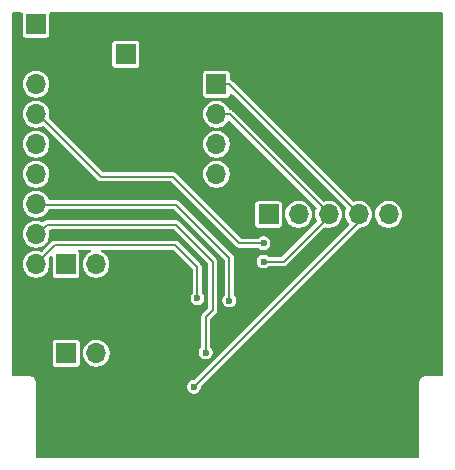
<source format=gbr>
%TF.GenerationSoftware,KiCad,Pcbnew,9.0.0*%
%TF.CreationDate,2025-04-29T11:42:50+01:00*%
%TF.ProjectId,uPicomac,75506963-6f6d-4616-932e-6b696361645f,rev?*%
%TF.SameCoordinates,Original*%
%TF.FileFunction,Copper,L2,Bot*%
%TF.FilePolarity,Positive*%
%FSLAX46Y46*%
G04 Gerber Fmt 4.6, Leading zero omitted, Abs format (unit mm)*
G04 Created by KiCad (PCBNEW 9.0.0) date 2025-04-29 11:42:50*
%MOMM*%
%LPD*%
G01*
G04 APERTURE LIST*
%TA.AperFunction,ComponentPad*%
%ADD10O,1.700000X1.700000*%
%TD*%
%TA.AperFunction,ComponentPad*%
%ADD11R,1.700000X1.700000*%
%TD*%
%TA.AperFunction,ViaPad*%
%ADD12C,0.600000*%
%TD*%
%TA.AperFunction,Conductor*%
%ADD13C,0.200000*%
%TD*%
G04 APERTURE END LIST*
D10*
%TO.P,J4,2,GP11*%
%TO.N,Net-(J4-GP11)*%
X107820000Y-71130549D03*
D11*
%TO.P,J4,1,GP10*%
%TO.N,Net-(J4-GP10)*%
X105280000Y-71130549D03*
%TD*%
%TO.P,J7,1,Spkr_+*%
%TO.N,Net-(J4-GP10)*%
X105290735Y-78664243D03*
D10*
%TO.P,J7,2,Spkr_-*%
%TO.N,Net-(J4-GP11)*%
X107830735Y-78664243D03*
%TD*%
D11*
%TO.P,J9,1,Pin_1*%
%TO.N,Net-(D1-A)*%
X110324092Y-53353053D03*
D10*
%TO.P,J9,2,Pin_2*%
%TO.N,GND*%
X112864092Y-53353053D03*
%TD*%
D11*
%TO.P,J6,1,GP2*%
%TO.N,Net-(J1-SCl)*%
X118005000Y-55890000D03*
D10*
%TO.P,J6,2,GP3*%
%TO.N,Net-(J1-STX)*%
X118005000Y-58430000D03*
%TO.P,J6,3,GP4*%
%TO.N,Net-(J2-Pin_5)*%
X118005000Y-60970000D03*
%TO.P,J6,4,GP5*%
%TO.N,Net-(J2-Pin_2)*%
X118005000Y-63510000D03*
%TD*%
D11*
%TO.P,J2,1,Pin_1*%
%TO.N,Net-(J1-3.3v)*%
X122416803Y-66904054D03*
D10*
%TO.P,J2,2,Pin_2*%
%TO.N,Net-(J2-Pin_2)*%
X124956803Y-66904054D03*
%TO.P,J2,3,Pin_3*%
%TO.N,Net-(J1-STX)*%
X127496803Y-66904054D03*
%TO.P,J2,4,Pin_4*%
%TO.N,Net-(J1-SCl)*%
X130036803Y-66904054D03*
%TO.P,J2,5,Pin_5*%
%TO.N,Net-(J2-Pin_5)*%
X132576803Y-66904054D03*
%TO.P,J2,6,Pin_6*%
%TO.N,GND*%
X135116803Y-66904054D03*
%TD*%
D11*
%TO.P,J3,1,5v*%
%TO.N,Net-(D1-K)*%
X102740000Y-50800000D03*
D10*
%TO.P,J3,2,GND*%
%TO.N,GND*%
X102740000Y-53340000D03*
%TO.P,J3,3,3v3*%
%TO.N,Net-(J1-3.3v)*%
X102740000Y-55880000D03*
%TO.P,J3,4,GP29*%
%TO.N,Net-(J1-HS)*%
X102740000Y-58420000D03*
%TO.P,J3,5,GP28*%
%TO.N,Net-(J1-PCl)*%
X102740000Y-60960000D03*
%TO.P,J3,6,GP27*%
%TO.N,Net-(J1-VS)*%
X102740000Y-63500000D03*
%TO.P,J3,7,GP26*%
%TO.N,Net-(J1-B3)*%
X102740000Y-66040000D03*
%TO.P,J3,8,GP15*%
%TO.N,Net-(J1-Reset)*%
X102740000Y-68580000D03*
%TO.P,J3,9,GP14*%
%TO.N,Net-(J1-CS)*%
X102740000Y-71120000D03*
%TD*%
D12*
%TO.N,Net-(J1-HS)*%
X122000000Y-69350000D03*
%TO.N,Net-(J1-B3)*%
X119100000Y-74200000D03*
%TO.N,GND*%
X119100000Y-75600000D03*
X119100000Y-81500000D03*
X133100000Y-78600000D03*
X127600000Y-78600000D03*
X113120000Y-78620000D03*
X121600000Y-78600000D03*
%TO.N,Net-(J1-SCl)*%
X116100000Y-81500000D03*
%TO.N,Net-(J1-CS)*%
X116400000Y-74000000D03*
%TO.N,Net-(J1-Reset)*%
X117100000Y-78600000D03*
%TO.N,Net-(J1-STX)*%
X122000000Y-70900000D03*
%TD*%
D13*
%TO.N,Net-(J1-SCl)*%
X130036803Y-66904054D02*
X130036803Y-67563197D01*
X130036803Y-67563197D02*
X116100000Y-81500000D01*
%TO.N,Net-(J1-Reset)*%
X102870000Y-68580000D02*
X103650000Y-67800000D01*
X114600000Y-67800000D02*
X117700000Y-70900000D01*
X117700000Y-70900000D02*
X117700000Y-75000000D01*
X117100000Y-75600000D02*
X117100000Y-78600000D01*
X103650000Y-67800000D02*
X114600000Y-67800000D01*
X117700000Y-75000000D02*
X117100000Y-75600000D01*
%TO.N,Net-(J1-B3)*%
X119100000Y-74200000D02*
X119100000Y-70600000D01*
X119100000Y-70600000D02*
X114600000Y-66100000D01*
X114600000Y-66100000D02*
X102930000Y-66100000D01*
X102930000Y-66100000D02*
X102870000Y-66040000D01*
%TO.N,Net-(J1-HS)*%
X102920000Y-58420000D02*
X102870000Y-58420000D01*
X122000000Y-69350000D02*
X119950000Y-69350000D01*
X119950000Y-69350000D02*
X114300000Y-63700000D01*
X108200000Y-63700000D02*
X102920000Y-58420000D01*
X114300000Y-63700000D02*
X108200000Y-63700000D01*
%TO.N,Net-(J1-STX)*%
X127496803Y-67103197D02*
X127496803Y-66904054D01*
X122000000Y-70900000D02*
X123700000Y-70900000D01*
X123700000Y-70900000D02*
X127496803Y-67103197D01*
%TO.N,Net-(J1-CS)*%
X114500000Y-69500000D02*
X104360000Y-69500000D01*
X116400000Y-74000000D02*
X116400000Y-71400000D01*
X116400000Y-71400000D02*
X114500000Y-69500000D01*
X104360000Y-69500000D02*
X102740000Y-71120000D01*
%TO.N,Net-(J4-GP11)*%
X107830735Y-71141284D02*
X107820000Y-71130549D01*
%TO.N,Net-(J4-GP10)*%
X105290735Y-71141284D02*
X105280000Y-71130549D01*
%TO.N,Net-(J2-Pin_2)*%
X124956803Y-66756803D02*
X124956803Y-66904054D01*
%TO.N,Net-(D1-A)*%
X110400000Y-53600000D02*
X110360000Y-53640000D01*
%TO.N,Net-(J1-SCl)*%
X119090000Y-55890000D02*
X130036803Y-66836803D01*
X118135000Y-55890000D02*
X119090000Y-55890000D01*
X130036803Y-66836803D02*
X130036803Y-66904054D01*
%TO.N,Net-(J1-STX)*%
X118135000Y-58430000D02*
X119130000Y-58430000D01*
X127496803Y-66796803D02*
X127496803Y-66904054D01*
X119130000Y-58430000D02*
X127496803Y-66796803D01*
%TD*%
%TA.AperFunction,Conductor*%
%TO.N,GND*%
G36*
X101552539Y-49820185D02*
G01*
X101598294Y-49872989D01*
X101609500Y-49924500D01*
X101609500Y-51691881D01*
X101612221Y-51715333D01*
X101612221Y-51715335D01*
X101654580Y-51811267D01*
X101728733Y-51885420D01*
X101824667Y-51927779D01*
X101848120Y-51930500D01*
X101848121Y-51930500D01*
X103631879Y-51930500D01*
X103631880Y-51930500D01*
X103655333Y-51927779D01*
X103751267Y-51885420D01*
X103825420Y-51811267D01*
X103867779Y-51715333D01*
X103870500Y-51691880D01*
X103870500Y-49924500D01*
X103890185Y-49857461D01*
X103942989Y-49811706D01*
X103994500Y-49800500D01*
X137075500Y-49800500D01*
X137142539Y-49820185D01*
X137188294Y-49872989D01*
X137199500Y-49924500D01*
X137199500Y-80475500D01*
X137179815Y-80542539D01*
X137127011Y-80588294D01*
X137075500Y-80599500D01*
X135634108Y-80599500D01*
X135506812Y-80633608D01*
X135392686Y-80699500D01*
X135392683Y-80699502D01*
X135299502Y-80792683D01*
X135299500Y-80792686D01*
X135233608Y-80906812D01*
X135199500Y-81034108D01*
X135199500Y-87375500D01*
X135179815Y-87442539D01*
X135127011Y-87488294D01*
X135075500Y-87499500D01*
X102824500Y-87499500D01*
X102757461Y-87479815D01*
X102711706Y-87427011D01*
X102700500Y-87375500D01*
X102700500Y-81423576D01*
X115519500Y-81423576D01*
X115519500Y-81576424D01*
X115559060Y-81724065D01*
X115635484Y-81856435D01*
X115743565Y-81964516D01*
X115875935Y-82040940D01*
X116023576Y-82080500D01*
X116023578Y-82080500D01*
X116176422Y-82080500D01*
X116176424Y-82080500D01*
X116324065Y-82040940D01*
X116456435Y-81964516D01*
X116564516Y-81856435D01*
X116640940Y-81724065D01*
X116680500Y-81576424D01*
X116680500Y-81508970D01*
X116700185Y-81441931D01*
X116716819Y-81421289D01*
X123357609Y-74780499D01*
X130070883Y-68067224D01*
X130132204Y-68033741D01*
X130139164Y-68032434D01*
X130197183Y-68023244D01*
X130301529Y-68006718D01*
X130470764Y-67951730D01*
X130629314Y-67870945D01*
X130773274Y-67766351D01*
X130899100Y-67640525D01*
X131003694Y-67496565D01*
X131084479Y-67338015D01*
X131139467Y-67168780D01*
X131143603Y-67142664D01*
X131167303Y-66993031D01*
X131167303Y-66815076D01*
X131446303Y-66815076D01*
X131446303Y-66993031D01*
X131474138Y-67168780D01*
X131529128Y-67338019D01*
X131585931Y-67449500D01*
X131609912Y-67496565D01*
X131714506Y-67640525D01*
X131840332Y-67766351D01*
X131984292Y-67870945D01*
X132059200Y-67909112D01*
X132142837Y-67951728D01*
X132142839Y-67951728D01*
X132142842Y-67951730D01*
X132233555Y-67981204D01*
X132312076Y-68006718D01*
X132487826Y-68034554D01*
X132487831Y-68034554D01*
X132665780Y-68034554D01*
X132841529Y-68006718D01*
X132894603Y-67989473D01*
X133010764Y-67951730D01*
X133169314Y-67870945D01*
X133313274Y-67766351D01*
X133439100Y-67640525D01*
X133543694Y-67496565D01*
X133624479Y-67338015D01*
X133679467Y-67168780D01*
X133683603Y-67142664D01*
X133707303Y-66993031D01*
X133707303Y-66815076D01*
X133679467Y-66639327D01*
X133639661Y-66516819D01*
X133624479Y-66470093D01*
X133624477Y-66470090D01*
X133624477Y-66470088D01*
X133576259Y-66375455D01*
X133543694Y-66311543D01*
X133439100Y-66167583D01*
X133313274Y-66041757D01*
X133169314Y-65937163D01*
X133010768Y-65856379D01*
X132841529Y-65801389D01*
X132665780Y-65773554D01*
X132665775Y-65773554D01*
X132487831Y-65773554D01*
X132487826Y-65773554D01*
X132312076Y-65801389D01*
X132142837Y-65856379D01*
X131984291Y-65937163D01*
X131840330Y-66041758D01*
X131714507Y-66167581D01*
X131609912Y-66311542D01*
X131529128Y-66470088D01*
X131474138Y-66639327D01*
X131446303Y-66815076D01*
X131167303Y-66815076D01*
X131139467Y-66639327D01*
X131099661Y-66516819D01*
X131084479Y-66470093D01*
X131084477Y-66470090D01*
X131084477Y-66470088D01*
X131036259Y-66375455D01*
X131003694Y-66311543D01*
X130899100Y-66167583D01*
X130773274Y-66041757D01*
X130629314Y-65937163D01*
X130470768Y-65856379D01*
X130301529Y-65801389D01*
X130125780Y-65773554D01*
X130125775Y-65773554D01*
X129947831Y-65773554D01*
X129947826Y-65773554D01*
X129772075Y-65801390D01*
X129772072Y-65801390D01*
X129668803Y-65834945D01*
X129598962Y-65836940D01*
X129542804Y-65804695D01*
X119323633Y-55585525D01*
X119323631Y-55585523D01*
X119236867Y-55535431D01*
X119236865Y-55535430D01*
X119227403Y-55532895D01*
X119167744Y-55496528D01*
X119137216Y-55433680D01*
X119135500Y-55413121D01*
X119135500Y-54998121D01*
X119135500Y-54998120D01*
X119132779Y-54974667D01*
X119090420Y-54878733D01*
X119016267Y-54804580D01*
X118920334Y-54762221D01*
X118896881Y-54759500D01*
X118896880Y-54759500D01*
X117113120Y-54759500D01*
X117113118Y-54759500D01*
X117089666Y-54762221D01*
X117089664Y-54762221D01*
X116993732Y-54804580D01*
X116919580Y-54878732D01*
X116877221Y-54974664D01*
X116877221Y-54974666D01*
X116874500Y-54998118D01*
X116874500Y-56781881D01*
X116877221Y-56805333D01*
X116877221Y-56805335D01*
X116919580Y-56901267D01*
X116993733Y-56975420D01*
X117089667Y-57017779D01*
X117113120Y-57020500D01*
X117113121Y-57020500D01*
X118896879Y-57020500D01*
X118896880Y-57020500D01*
X118920333Y-57017779D01*
X119016267Y-56975420D01*
X119090420Y-56901267D01*
X119132779Y-56805333D01*
X119135500Y-56781880D01*
X119135500Y-56772970D01*
X119155185Y-56705931D01*
X119207989Y-56660176D01*
X119277147Y-56650232D01*
X119340703Y-56679257D01*
X119347181Y-56685289D01*
X128973642Y-66311751D01*
X129007127Y-66373074D01*
X129002143Y-66442766D01*
X128996449Y-66455721D01*
X128989125Y-66470095D01*
X128934139Y-66639323D01*
X128934139Y-66639326D01*
X128906303Y-66815076D01*
X128906303Y-66993031D01*
X128934138Y-67168780D01*
X128989128Y-67338019D01*
X129069912Y-67496565D01*
X129174507Y-67640526D01*
X129210255Y-67676274D01*
X129243740Y-67737597D01*
X129238756Y-67807289D01*
X129210255Y-67851636D01*
X116178711Y-80883181D01*
X116117388Y-80916666D01*
X116091030Y-80919500D01*
X116023576Y-80919500D01*
X115875935Y-80959060D01*
X115875932Y-80959061D01*
X115743568Y-81035482D01*
X115743562Y-81035486D01*
X115635486Y-81143562D01*
X115635482Y-81143568D01*
X115559061Y-81275932D01*
X115559060Y-81275935D01*
X115519500Y-81423576D01*
X102700500Y-81423576D01*
X102700500Y-81034110D01*
X102700500Y-81034108D01*
X102666392Y-80906814D01*
X102600500Y-80792686D01*
X102600495Y-80792681D01*
X102595553Y-80786240D01*
X102598194Y-80784212D01*
X102572129Y-80736477D01*
X102569308Y-80708344D01*
X102570000Y-80660000D01*
X102472124Y-80660000D01*
X102410122Y-80643386D01*
X102393188Y-80633608D01*
X102308323Y-80610869D01*
X102265892Y-80599500D01*
X102265891Y-80599500D01*
X100824500Y-80599500D01*
X100757461Y-80579815D01*
X100711706Y-80527011D01*
X100700500Y-80475500D01*
X100700500Y-77772361D01*
X104160235Y-77772361D01*
X104160235Y-79556124D01*
X104162956Y-79579576D01*
X104162956Y-79579578D01*
X104185721Y-79631134D01*
X104205315Y-79675510D01*
X104279468Y-79749663D01*
X104375402Y-79792022D01*
X104398855Y-79794743D01*
X104398856Y-79794743D01*
X106182614Y-79794743D01*
X106182615Y-79794743D01*
X106206068Y-79792022D01*
X106302002Y-79749663D01*
X106376155Y-79675510D01*
X106418514Y-79579576D01*
X106421235Y-79556123D01*
X106421235Y-78575265D01*
X106700235Y-78575265D01*
X106700235Y-78753220D01*
X106728070Y-78928969D01*
X106783060Y-79098208D01*
X106863844Y-79256754D01*
X106968438Y-79400714D01*
X107094264Y-79526540D01*
X107238224Y-79631134D01*
X107313132Y-79669301D01*
X107396769Y-79711917D01*
X107396771Y-79711917D01*
X107396774Y-79711919D01*
X107487487Y-79741393D01*
X107566008Y-79766907D01*
X107741758Y-79794743D01*
X107741763Y-79794743D01*
X107919712Y-79794743D01*
X108095461Y-79766907D01*
X108148535Y-79749662D01*
X108264696Y-79711919D01*
X108423246Y-79631134D01*
X108567206Y-79526540D01*
X108693032Y-79400714D01*
X108797626Y-79256754D01*
X108878411Y-79098204D01*
X108933399Y-78928969D01*
X108961235Y-78753220D01*
X108961235Y-78575265D01*
X108933399Y-78399516D01*
X108878409Y-78230277D01*
X108829631Y-78134545D01*
X108797626Y-78071732D01*
X108693032Y-77927772D01*
X108567206Y-77801946D01*
X108423246Y-77697352D01*
X108264700Y-77616568D01*
X108095461Y-77561578D01*
X107919712Y-77533743D01*
X107919707Y-77533743D01*
X107741763Y-77533743D01*
X107741758Y-77533743D01*
X107566008Y-77561578D01*
X107396769Y-77616568D01*
X107238223Y-77697352D01*
X107094262Y-77801947D01*
X106968439Y-77927770D01*
X106863844Y-78071731D01*
X106783060Y-78230277D01*
X106728070Y-78399516D01*
X106700235Y-78575265D01*
X106421235Y-78575265D01*
X106421235Y-77772363D01*
X106418514Y-77748910D01*
X106376155Y-77652976D01*
X106302002Y-77578823D01*
X106262946Y-77561578D01*
X106206069Y-77536464D01*
X106182616Y-77533743D01*
X106182615Y-77533743D01*
X104398855Y-77533743D01*
X104398853Y-77533743D01*
X104375401Y-77536464D01*
X104375399Y-77536464D01*
X104279467Y-77578823D01*
X104205315Y-77652975D01*
X104162956Y-77748907D01*
X104162956Y-77748909D01*
X104160235Y-77772361D01*
X100700500Y-77772361D01*
X100700500Y-71031022D01*
X101609500Y-71031022D01*
X101609500Y-71208977D01*
X101637335Y-71384726D01*
X101692325Y-71553965D01*
X101706922Y-71582612D01*
X101773109Y-71712511D01*
X101877703Y-71856471D01*
X102003529Y-71982297D01*
X102147489Y-72086891D01*
X102168191Y-72097439D01*
X102306034Y-72167674D01*
X102306036Y-72167674D01*
X102306039Y-72167676D01*
X102396752Y-72197150D01*
X102475273Y-72222664D01*
X102651023Y-72250500D01*
X102651028Y-72250500D01*
X102828977Y-72250500D01*
X103004726Y-72222664D01*
X103025334Y-72215968D01*
X103173961Y-72167676D01*
X103332511Y-72086891D01*
X103476471Y-71982297D01*
X103602297Y-71856471D01*
X103706891Y-71712511D01*
X103787676Y-71553961D01*
X103842664Y-71384726D01*
X103845865Y-71364513D01*
X103870500Y-71208977D01*
X103870500Y-71031022D01*
X103842664Y-70855273D01*
X103809476Y-70753132D01*
X103792614Y-70701239D01*
X103790620Y-70631400D01*
X103822862Y-70575245D01*
X103937822Y-70460285D01*
X103999142Y-70426803D01*
X104068834Y-70431787D01*
X104124767Y-70473659D01*
X104149184Y-70539123D01*
X104149500Y-70547969D01*
X104149500Y-72022430D01*
X104152221Y-72045882D01*
X104152221Y-72045884D01*
X104174986Y-72097440D01*
X104194580Y-72141816D01*
X104268733Y-72215969D01*
X104364667Y-72258328D01*
X104388120Y-72261049D01*
X104388121Y-72261049D01*
X106171879Y-72261049D01*
X106171880Y-72261049D01*
X106195333Y-72258328D01*
X106291267Y-72215969D01*
X106365420Y-72141816D01*
X106407779Y-72045882D01*
X106410500Y-72022429D01*
X106410500Y-70238669D01*
X106407779Y-70215216D01*
X106365420Y-70119282D01*
X106338319Y-70092181D01*
X106304834Y-70030858D01*
X106309818Y-69961166D01*
X106351690Y-69905233D01*
X106417154Y-69880816D01*
X106426000Y-69880500D01*
X107266720Y-69880500D01*
X107333759Y-69900185D01*
X107379514Y-69952989D01*
X107389458Y-70022147D01*
X107360433Y-70085703D01*
X107323015Y-70114985D01*
X107227488Y-70163658D01*
X107083527Y-70268253D01*
X106957704Y-70394076D01*
X106853109Y-70538037D01*
X106772325Y-70696583D01*
X106717335Y-70865822D01*
X106689500Y-71041571D01*
X106689500Y-71219526D01*
X106717335Y-71395275D01*
X106772325Y-71564514D01*
X106794977Y-71608970D01*
X106853109Y-71723060D01*
X106957703Y-71867020D01*
X107083529Y-71992846D01*
X107227489Y-72097440D01*
X107302397Y-72135607D01*
X107386034Y-72178223D01*
X107386036Y-72178223D01*
X107386039Y-72178225D01*
X107476752Y-72207699D01*
X107555273Y-72233213D01*
X107731023Y-72261049D01*
X107731028Y-72261049D01*
X107908977Y-72261049D01*
X108084726Y-72233213D01*
X108137800Y-72215968D01*
X108253961Y-72178225D01*
X108412511Y-72097440D01*
X108556471Y-71992846D01*
X108682297Y-71867020D01*
X108786891Y-71723060D01*
X108867676Y-71564510D01*
X108922664Y-71395275D01*
X108924335Y-71384726D01*
X108950500Y-71219526D01*
X108950500Y-71041571D01*
X108922664Y-70865822D01*
X108867674Y-70696583D01*
X108805846Y-70575240D01*
X108786891Y-70538038D01*
X108682297Y-70394078D01*
X108556471Y-70268252D01*
X108412511Y-70163658D01*
X108316985Y-70114985D01*
X108266189Y-70067010D01*
X108249394Y-69999189D01*
X108271931Y-69933054D01*
X108326647Y-69889603D01*
X108373280Y-69880500D01*
X114291030Y-69880500D01*
X114358069Y-69900185D01*
X114378711Y-69916819D01*
X115983181Y-71521289D01*
X116016666Y-71582612D01*
X116019500Y-71608970D01*
X116019500Y-73508187D01*
X115999815Y-73575226D01*
X115983181Y-73595868D01*
X115935486Y-73643562D01*
X115935482Y-73643568D01*
X115859061Y-73775932D01*
X115859060Y-73775935D01*
X115819500Y-73923576D01*
X115819500Y-74076424D01*
X115859060Y-74224065D01*
X115935484Y-74356435D01*
X116043565Y-74464516D01*
X116175935Y-74540940D01*
X116323576Y-74580500D01*
X116323578Y-74580500D01*
X116476422Y-74580500D01*
X116476424Y-74580500D01*
X116624065Y-74540940D01*
X116756435Y-74464516D01*
X116864516Y-74356435D01*
X116940940Y-74224065D01*
X116980500Y-74076424D01*
X116980500Y-73923576D01*
X116940940Y-73775935D01*
X116864516Y-73643565D01*
X116816819Y-73595868D01*
X116783334Y-73534545D01*
X116780500Y-73508187D01*
X116780500Y-71349908D01*
X116780500Y-71349906D01*
X116754569Y-71253133D01*
X116704476Y-71166368D01*
X116633632Y-71095524D01*
X114733632Y-69195524D01*
X114733631Y-69195523D01*
X114690249Y-69170477D01*
X114646867Y-69145431D01*
X114550094Y-69119500D01*
X104410094Y-69119500D01*
X104309906Y-69119500D01*
X104213133Y-69145431D01*
X104213131Y-69145431D01*
X104213131Y-69145432D01*
X104126368Y-69195523D01*
X104126366Y-69195525D01*
X103284756Y-70037134D01*
X103223433Y-70070619D01*
X103158757Y-70067384D01*
X103090264Y-70045129D01*
X103004726Y-70017335D01*
X102828977Y-69989500D01*
X102828972Y-69989500D01*
X102651028Y-69989500D01*
X102651023Y-69989500D01*
X102475273Y-70017335D01*
X102306034Y-70072325D01*
X102147488Y-70153109D01*
X102003527Y-70257704D01*
X101877704Y-70383527D01*
X101773109Y-70527488D01*
X101692325Y-70686034D01*
X101637335Y-70855273D01*
X101609500Y-71031022D01*
X100700500Y-71031022D01*
X100700500Y-68491022D01*
X101609500Y-68491022D01*
X101609500Y-68668977D01*
X101637335Y-68844726D01*
X101692325Y-69013965D01*
X101773109Y-69172511D01*
X101877703Y-69316471D01*
X102003529Y-69442297D01*
X102147489Y-69546891D01*
X102200819Y-69574064D01*
X102306034Y-69627674D01*
X102306036Y-69627674D01*
X102306039Y-69627676D01*
X102388521Y-69654476D01*
X102475273Y-69682664D01*
X102651023Y-69710500D01*
X102651028Y-69710500D01*
X102828977Y-69710500D01*
X103004726Y-69682664D01*
X103173961Y-69627676D01*
X103332511Y-69546891D01*
X103476471Y-69442297D01*
X103602297Y-69316471D01*
X103706891Y-69172511D01*
X103787676Y-69013961D01*
X103842664Y-68844726D01*
X103848313Y-68809060D01*
X103870500Y-68668977D01*
X103870500Y-68491022D01*
X103844030Y-68323898D01*
X103852985Y-68254604D01*
X103897981Y-68201153D01*
X103964732Y-68180513D01*
X103966503Y-68180500D01*
X114391030Y-68180500D01*
X114458069Y-68200185D01*
X114478711Y-68216819D01*
X117283181Y-71021289D01*
X117316666Y-71082612D01*
X117319500Y-71108970D01*
X117319500Y-74791030D01*
X117299815Y-74858069D01*
X117283181Y-74878711D01*
X116795525Y-75366366D01*
X116795523Y-75366368D01*
X116745432Y-75453131D01*
X116745431Y-75453133D01*
X116719500Y-75549906D01*
X116719500Y-75549908D01*
X116719500Y-78108187D01*
X116699815Y-78175226D01*
X116683181Y-78195868D01*
X116635486Y-78243562D01*
X116635482Y-78243568D01*
X116559061Y-78375932D01*
X116559060Y-78375935D01*
X116519500Y-78523576D01*
X116519500Y-78676424D01*
X116559060Y-78824065D01*
X116635484Y-78956435D01*
X116743565Y-79064516D01*
X116875935Y-79140940D01*
X117023576Y-79180500D01*
X117023578Y-79180500D01*
X117176422Y-79180500D01*
X117176424Y-79180500D01*
X117324065Y-79140940D01*
X117456435Y-79064516D01*
X117564516Y-78956435D01*
X117640940Y-78824065D01*
X117680500Y-78676424D01*
X117680500Y-78523576D01*
X117640940Y-78375935D01*
X117564516Y-78243565D01*
X117516819Y-78195868D01*
X117483334Y-78134545D01*
X117480500Y-78108187D01*
X117480500Y-75808970D01*
X117500185Y-75741931D01*
X117516819Y-75721289D01*
X117688202Y-75549906D01*
X118004476Y-75233632D01*
X118054569Y-75146868D01*
X118080500Y-75050094D01*
X118080500Y-74949906D01*
X118080500Y-70849906D01*
X118054569Y-70753133D01*
X118054569Y-70753132D01*
X118054569Y-70753131D01*
X118004478Y-70666371D01*
X118004474Y-70666366D01*
X114833631Y-67495523D01*
X114790249Y-67470477D01*
X114746867Y-67445431D01*
X114650094Y-67419500D01*
X103700095Y-67419500D01*
X103599906Y-67419500D01*
X103503133Y-67445431D01*
X103503131Y-67445431D01*
X103503131Y-67445432D01*
X103416365Y-67495525D01*
X103373870Y-67538020D01*
X103312547Y-67571504D01*
X103242855Y-67566519D01*
X103229896Y-67560823D01*
X103173968Y-67532326D01*
X103004726Y-67477335D01*
X102828977Y-67449500D01*
X102828972Y-67449500D01*
X102651028Y-67449500D01*
X102651023Y-67449500D01*
X102475273Y-67477335D01*
X102306034Y-67532325D01*
X102147488Y-67613109D01*
X102003527Y-67717704D01*
X101877704Y-67843527D01*
X101773109Y-67987488D01*
X101692325Y-68146034D01*
X101637335Y-68315273D01*
X101609500Y-68491022D01*
X100700500Y-68491022D01*
X100700500Y-65951022D01*
X101609500Y-65951022D01*
X101609500Y-66128977D01*
X101637335Y-66304726D01*
X101692325Y-66473965D01*
X101730153Y-66548205D01*
X101773109Y-66632511D01*
X101877703Y-66776471D01*
X102003529Y-66902297D01*
X102147489Y-67006891D01*
X102222397Y-67045058D01*
X102306034Y-67087674D01*
X102306036Y-67087674D01*
X102306039Y-67087676D01*
X102396752Y-67117150D01*
X102475273Y-67142664D01*
X102651023Y-67170500D01*
X102651028Y-67170500D01*
X102828977Y-67170500D01*
X103004726Y-67142664D01*
X103173961Y-67087676D01*
X103332511Y-67006891D01*
X103476471Y-66902297D01*
X103602297Y-66776471D01*
X103706891Y-66632511D01*
X103749847Y-66548205D01*
X103797822Y-66497409D01*
X103860332Y-66480500D01*
X114391030Y-66480500D01*
X114458069Y-66500185D01*
X114478711Y-66516819D01*
X118683181Y-70721289D01*
X118716666Y-70782612D01*
X118719500Y-70808970D01*
X118719500Y-73708187D01*
X118699815Y-73775226D01*
X118683181Y-73795868D01*
X118635486Y-73843562D01*
X118635482Y-73843568D01*
X118559061Y-73975932D01*
X118559060Y-73975935D01*
X118519500Y-74123576D01*
X118519500Y-74276424D01*
X118559060Y-74424065D01*
X118635484Y-74556435D01*
X118743565Y-74664516D01*
X118875935Y-74740940D01*
X119023576Y-74780500D01*
X119023578Y-74780500D01*
X119176422Y-74780500D01*
X119176424Y-74780500D01*
X119324065Y-74740940D01*
X119456435Y-74664516D01*
X119564516Y-74556435D01*
X119640940Y-74424065D01*
X119680500Y-74276424D01*
X119680500Y-74123576D01*
X119640940Y-73975935D01*
X119564516Y-73843565D01*
X119516819Y-73795868D01*
X119483334Y-73734545D01*
X119480500Y-73708187D01*
X119480500Y-70549907D01*
X119478801Y-70543568D01*
X119454569Y-70453133D01*
X119454569Y-70453132D01*
X119454569Y-70453131D01*
X119404478Y-70366371D01*
X119404474Y-70366366D01*
X114833631Y-65795523D01*
X114790249Y-65770477D01*
X114746867Y-65745431D01*
X114650094Y-65719500D01*
X114650091Y-65719500D01*
X103914633Y-65719500D01*
X103847594Y-65699815D01*
X103801839Y-65647011D01*
X103796702Y-65633819D01*
X103787674Y-65606034D01*
X103706890Y-65447488D01*
X103602297Y-65303529D01*
X103476471Y-65177703D01*
X103332511Y-65073109D01*
X103173965Y-64992325D01*
X103004726Y-64937335D01*
X102828977Y-64909500D01*
X102828972Y-64909500D01*
X102651028Y-64909500D01*
X102651023Y-64909500D01*
X102475273Y-64937335D01*
X102306034Y-64992325D01*
X102147488Y-65073109D01*
X102003527Y-65177704D01*
X101877704Y-65303527D01*
X101773109Y-65447488D01*
X101692325Y-65606034D01*
X101637335Y-65775273D01*
X101609500Y-65951022D01*
X100700500Y-65951022D01*
X100700500Y-63411022D01*
X101609500Y-63411022D01*
X101609500Y-63588977D01*
X101637335Y-63764726D01*
X101692325Y-63933965D01*
X101766989Y-64080500D01*
X101773109Y-64092511D01*
X101877703Y-64236471D01*
X102003529Y-64362297D01*
X102147489Y-64466891D01*
X102222397Y-64505058D01*
X102306034Y-64547674D01*
X102306036Y-64547674D01*
X102306039Y-64547676D01*
X102336810Y-64557674D01*
X102475273Y-64602664D01*
X102651023Y-64630500D01*
X102651028Y-64630500D01*
X102828977Y-64630500D01*
X103004726Y-64602664D01*
X103173961Y-64547676D01*
X103332511Y-64466891D01*
X103476471Y-64362297D01*
X103602297Y-64236471D01*
X103706891Y-64092511D01*
X103787676Y-63933961D01*
X103842664Y-63764726D01*
X103870500Y-63588977D01*
X103870500Y-63411022D01*
X103842664Y-63235273D01*
X103790925Y-63076039D01*
X103787676Y-63066039D01*
X103787674Y-63066036D01*
X103787674Y-63066034D01*
X103711986Y-62917489D01*
X103706891Y-62907489D01*
X103602297Y-62763529D01*
X103476471Y-62637703D01*
X103332511Y-62533109D01*
X103173965Y-62452325D01*
X103004726Y-62397335D01*
X102828977Y-62369500D01*
X102828972Y-62369500D01*
X102651028Y-62369500D01*
X102651023Y-62369500D01*
X102475273Y-62397335D01*
X102306034Y-62452325D01*
X102147488Y-62533109D01*
X102003527Y-62637704D01*
X101877704Y-62763527D01*
X101773109Y-62907488D01*
X101692325Y-63066034D01*
X101637335Y-63235273D01*
X101609500Y-63411022D01*
X100700500Y-63411022D01*
X100700500Y-60871022D01*
X101609500Y-60871022D01*
X101609500Y-61048977D01*
X101637335Y-61224726D01*
X101692325Y-61393965D01*
X101773109Y-61552511D01*
X101877703Y-61696471D01*
X102003529Y-61822297D01*
X102147489Y-61926891D01*
X102222397Y-61965058D01*
X102306034Y-62007674D01*
X102306036Y-62007674D01*
X102306039Y-62007676D01*
X102336810Y-62017674D01*
X102475273Y-62062664D01*
X102651023Y-62090500D01*
X102651028Y-62090500D01*
X102828977Y-62090500D01*
X103004726Y-62062664D01*
X103173961Y-62007676D01*
X103332511Y-61926891D01*
X103476471Y-61822297D01*
X103602297Y-61696471D01*
X103706891Y-61552511D01*
X103787676Y-61393961D01*
X103842664Y-61224726D01*
X103870500Y-61048977D01*
X103870500Y-60871022D01*
X103842664Y-60695273D01*
X103790925Y-60536039D01*
X103787676Y-60526039D01*
X103787674Y-60526036D01*
X103787674Y-60526034D01*
X103711986Y-60377489D01*
X103706891Y-60367489D01*
X103602297Y-60223529D01*
X103476471Y-60097703D01*
X103332511Y-59993109D01*
X103173965Y-59912325D01*
X103004726Y-59857335D01*
X102828977Y-59829500D01*
X102828972Y-59829500D01*
X102651028Y-59829500D01*
X102651023Y-59829500D01*
X102475273Y-59857335D01*
X102306034Y-59912325D01*
X102147488Y-59993109D01*
X102003527Y-60097704D01*
X101877704Y-60223527D01*
X101773109Y-60367488D01*
X101692325Y-60526034D01*
X101637335Y-60695273D01*
X101609500Y-60871022D01*
X100700500Y-60871022D01*
X100700500Y-58331022D01*
X101609500Y-58331022D01*
X101609500Y-58508977D01*
X101637335Y-58684726D01*
X101692325Y-58853965D01*
X101767737Y-59001968D01*
X101773109Y-59012511D01*
X101877703Y-59156471D01*
X102003529Y-59282297D01*
X102147489Y-59386891D01*
X102216981Y-59422299D01*
X102306034Y-59467674D01*
X102306036Y-59467674D01*
X102306039Y-59467676D01*
X102336810Y-59477674D01*
X102475273Y-59522664D01*
X102651023Y-59550500D01*
X102651028Y-59550500D01*
X102828977Y-59550500D01*
X103004726Y-59522664D01*
X103173961Y-59467676D01*
X103263019Y-59422298D01*
X103331686Y-59409402D01*
X103396427Y-59435678D01*
X103406994Y-59445102D01*
X107895524Y-63933632D01*
X107966368Y-64004476D01*
X108053133Y-64054569D01*
X108149906Y-64080500D01*
X114091030Y-64080500D01*
X114158069Y-64100185D01*
X114178711Y-64116819D01*
X119716368Y-69654476D01*
X119803133Y-69704569D01*
X119899906Y-69730500D01*
X120000095Y-69730500D01*
X121508187Y-69730500D01*
X121575226Y-69750185D01*
X121595868Y-69766819D01*
X121643565Y-69814516D01*
X121775935Y-69890940D01*
X121923576Y-69930500D01*
X121923578Y-69930500D01*
X122076422Y-69930500D01*
X122076424Y-69930500D01*
X122224065Y-69890940D01*
X122356435Y-69814516D01*
X122464516Y-69706435D01*
X122540940Y-69574065D01*
X122580500Y-69426424D01*
X122580500Y-69273576D01*
X122540940Y-69125935D01*
X122464516Y-68993565D01*
X122356435Y-68885484D01*
X122224065Y-68809060D01*
X122076424Y-68769500D01*
X121923576Y-68769500D01*
X121775935Y-68809060D01*
X121775932Y-68809061D01*
X121643568Y-68885482D01*
X121643562Y-68885486D01*
X121595868Y-68933181D01*
X121534545Y-68966666D01*
X121508187Y-68969500D01*
X120158970Y-68969500D01*
X120091931Y-68949815D01*
X120071289Y-68933181D01*
X117150280Y-66012172D01*
X121286303Y-66012172D01*
X121286303Y-67795935D01*
X121289024Y-67819387D01*
X121289024Y-67819389D01*
X121311789Y-67870945D01*
X121331383Y-67915321D01*
X121405536Y-67989474D01*
X121501470Y-68031833D01*
X121524923Y-68034554D01*
X121524924Y-68034554D01*
X123308682Y-68034554D01*
X123308683Y-68034554D01*
X123332136Y-68031833D01*
X123428070Y-67989474D01*
X123502223Y-67915321D01*
X123544582Y-67819387D01*
X123547303Y-67795934D01*
X123547303Y-66815076D01*
X123826303Y-66815076D01*
X123826303Y-66993031D01*
X123854138Y-67168780D01*
X123909128Y-67338019D01*
X123965931Y-67449500D01*
X123989912Y-67496565D01*
X124094506Y-67640525D01*
X124220332Y-67766351D01*
X124364292Y-67870945D01*
X124439200Y-67909112D01*
X124522837Y-67951728D01*
X124522839Y-67951728D01*
X124522842Y-67951730D01*
X124613555Y-67981204D01*
X124692076Y-68006718D01*
X124867826Y-68034554D01*
X124867831Y-68034554D01*
X125045780Y-68034554D01*
X125221529Y-68006718D01*
X125274603Y-67989473D01*
X125390764Y-67951730D01*
X125549314Y-67870945D01*
X125693274Y-67766351D01*
X125819100Y-67640525D01*
X125923694Y-67496565D01*
X126004479Y-67338015D01*
X126059467Y-67168780D01*
X126063603Y-67142664D01*
X126087303Y-66993031D01*
X126087303Y-66815076D01*
X126059467Y-66639327D01*
X126019661Y-66516819D01*
X126004479Y-66470093D01*
X126004477Y-66470090D01*
X126004477Y-66470088D01*
X125956259Y-66375455D01*
X125923694Y-66311543D01*
X125819100Y-66167583D01*
X125693274Y-66041757D01*
X125549314Y-65937163D01*
X125390768Y-65856379D01*
X125221529Y-65801389D01*
X125045780Y-65773554D01*
X125045775Y-65773554D01*
X124867831Y-65773554D01*
X124867826Y-65773554D01*
X124692076Y-65801389D01*
X124522837Y-65856379D01*
X124364291Y-65937163D01*
X124220330Y-66041758D01*
X124094507Y-66167581D01*
X123989912Y-66311542D01*
X123909128Y-66470088D01*
X123854138Y-66639327D01*
X123826303Y-66815076D01*
X123547303Y-66815076D01*
X123547303Y-66012174D01*
X123544582Y-65988721D01*
X123502223Y-65892787D01*
X123428070Y-65818634D01*
X123332137Y-65776275D01*
X123308684Y-65773554D01*
X123308683Y-65773554D01*
X121524923Y-65773554D01*
X121524921Y-65773554D01*
X121501469Y-65776275D01*
X121501467Y-65776275D01*
X121405535Y-65818634D01*
X121331383Y-65892786D01*
X121289024Y-65988718D01*
X121289024Y-65988720D01*
X121286303Y-66012172D01*
X117150280Y-66012172D01*
X114559130Y-63421022D01*
X116874500Y-63421022D01*
X116874500Y-63598977D01*
X116902335Y-63774726D01*
X116957325Y-63943965D01*
X117013680Y-64054567D01*
X117038109Y-64102511D01*
X117142703Y-64246471D01*
X117268529Y-64372297D01*
X117412489Y-64476891D01*
X117487397Y-64515058D01*
X117571034Y-64557674D01*
X117571036Y-64557674D01*
X117571039Y-64557676D01*
X117661752Y-64587150D01*
X117740273Y-64612664D01*
X117916023Y-64640500D01*
X117916028Y-64640500D01*
X118093977Y-64640500D01*
X118269726Y-64612664D01*
X118438961Y-64557676D01*
X118597511Y-64476891D01*
X118741471Y-64372297D01*
X118867297Y-64246471D01*
X118971891Y-64102511D01*
X119052676Y-63943961D01*
X119107664Y-63774726D01*
X119109248Y-63764726D01*
X119135500Y-63598977D01*
X119135500Y-63421022D01*
X119107664Y-63245273D01*
X119052674Y-63076034D01*
X118971890Y-62917488D01*
X118867297Y-62773529D01*
X118741471Y-62647703D01*
X118597511Y-62543109D01*
X118577885Y-62533109D01*
X118438965Y-62462325D01*
X118269726Y-62407335D01*
X118093977Y-62379500D01*
X118093972Y-62379500D01*
X117916028Y-62379500D01*
X117916023Y-62379500D01*
X117740273Y-62407335D01*
X117571034Y-62462325D01*
X117412488Y-62543109D01*
X117268527Y-62647704D01*
X117142704Y-62773527D01*
X117038109Y-62917488D01*
X116957325Y-63076034D01*
X116902335Y-63245273D01*
X116874500Y-63421022D01*
X114559130Y-63421022D01*
X114533631Y-63395523D01*
X114490249Y-63370477D01*
X114446867Y-63345431D01*
X114350094Y-63319500D01*
X114350091Y-63319500D01*
X108408970Y-63319500D01*
X108341931Y-63299815D01*
X108321289Y-63283181D01*
X105919130Y-60881022D01*
X116874500Y-60881022D01*
X116874500Y-61058977D01*
X116902335Y-61234726D01*
X116957325Y-61403965D01*
X117033014Y-61552511D01*
X117038109Y-61562511D01*
X117142703Y-61706471D01*
X117268529Y-61832297D01*
X117412489Y-61936891D01*
X117487397Y-61975058D01*
X117571034Y-62017674D01*
X117571036Y-62017674D01*
X117571039Y-62017676D01*
X117661752Y-62047150D01*
X117740273Y-62072664D01*
X117916023Y-62100500D01*
X117916028Y-62100500D01*
X118093977Y-62100500D01*
X118269726Y-62072664D01*
X118438961Y-62017676D01*
X118597511Y-61936891D01*
X118741471Y-61832297D01*
X118867297Y-61706471D01*
X118971891Y-61562511D01*
X119052676Y-61403961D01*
X119107664Y-61234726D01*
X119109248Y-61224726D01*
X119135500Y-61058977D01*
X119135500Y-60881022D01*
X119107664Y-60705273D01*
X119052674Y-60536034D01*
X118971890Y-60377488D01*
X118867297Y-60233529D01*
X118741471Y-60107703D01*
X118597511Y-60003109D01*
X118577885Y-59993109D01*
X118438965Y-59922325D01*
X118269726Y-59867335D01*
X118093977Y-59839500D01*
X118093972Y-59839500D01*
X117916028Y-59839500D01*
X117916023Y-59839500D01*
X117740273Y-59867335D01*
X117571034Y-59922325D01*
X117412488Y-60003109D01*
X117268527Y-60107704D01*
X117142704Y-60233527D01*
X117038109Y-60377488D01*
X116957325Y-60536034D01*
X116902335Y-60705273D01*
X116874500Y-60881022D01*
X105919130Y-60881022D01*
X103867008Y-58828900D01*
X103833523Y-58767577D01*
X103836757Y-58702903D01*
X103842664Y-58684726D01*
X103857847Y-58588860D01*
X103870500Y-58508977D01*
X103870500Y-58341022D01*
X116874500Y-58341022D01*
X116874500Y-58518977D01*
X116902335Y-58694726D01*
X116957325Y-58863965D01*
X117009599Y-58966557D01*
X117038109Y-59022511D01*
X117142703Y-59166471D01*
X117268529Y-59292297D01*
X117412489Y-59396891D01*
X117462355Y-59422299D01*
X117571034Y-59477674D01*
X117571036Y-59477674D01*
X117571039Y-59477676D01*
X117661752Y-59507150D01*
X117740273Y-59532664D01*
X117916023Y-59560500D01*
X117916028Y-59560500D01*
X118093977Y-59560500D01*
X118269726Y-59532664D01*
X118438961Y-59477676D01*
X118597511Y-59396891D01*
X118741471Y-59292297D01*
X118867297Y-59166471D01*
X118971891Y-59022511D01*
X118971891Y-59022510D01*
X118974755Y-59018569D01*
X118976230Y-59019641D01*
X119022231Y-58977999D01*
X119091158Y-58966557D01*
X119155328Y-58994195D01*
X119163859Y-59001967D01*
X122809594Y-62647703D01*
X126447144Y-66285253D01*
X126480629Y-66346576D01*
X126475645Y-66416268D01*
X126469948Y-66429228D01*
X126449125Y-66470094D01*
X126449125Y-66470096D01*
X126394139Y-66639323D01*
X126394139Y-66639326D01*
X126366303Y-66815076D01*
X126366303Y-66993031D01*
X126394138Y-67168780D01*
X126449129Y-67338022D01*
X126500964Y-67439754D01*
X126513860Y-67508423D01*
X126487583Y-67573163D01*
X126478160Y-67583729D01*
X123578711Y-70483181D01*
X123517388Y-70516666D01*
X123491030Y-70519500D01*
X122491813Y-70519500D01*
X122424774Y-70499815D01*
X122404132Y-70483181D01*
X122356437Y-70435486D01*
X122356435Y-70435484D01*
X122236723Y-70366368D01*
X122224067Y-70359061D01*
X122224066Y-70359060D01*
X122224065Y-70359060D01*
X122076424Y-70319500D01*
X121923576Y-70319500D01*
X121775935Y-70359060D01*
X121775932Y-70359061D01*
X121643568Y-70435482D01*
X121643562Y-70435486D01*
X121535486Y-70543562D01*
X121535482Y-70543568D01*
X121459061Y-70675932D01*
X121459060Y-70675935D01*
X121419500Y-70823576D01*
X121419500Y-70976424D01*
X121459060Y-71124065D01*
X121535484Y-71256435D01*
X121643565Y-71364516D01*
X121775935Y-71440940D01*
X121923576Y-71480500D01*
X121923578Y-71480500D01*
X122076422Y-71480500D01*
X122076424Y-71480500D01*
X122224065Y-71440940D01*
X122356435Y-71364516D01*
X122404132Y-71316819D01*
X122465455Y-71283334D01*
X122491813Y-71280500D01*
X123750091Y-71280500D01*
X123750094Y-71280500D01*
X123846867Y-71254569D01*
X123933632Y-71204476D01*
X127102352Y-68035754D01*
X127163673Y-68002271D01*
X127228349Y-68005506D01*
X127232077Y-68006718D01*
X127253289Y-68010077D01*
X127407826Y-68034554D01*
X127407831Y-68034554D01*
X127585780Y-68034554D01*
X127761529Y-68006718D01*
X127814603Y-67989473D01*
X127930764Y-67951730D01*
X128089314Y-67870945D01*
X128233274Y-67766351D01*
X128359100Y-67640525D01*
X128463694Y-67496565D01*
X128544479Y-67338015D01*
X128599467Y-67168780D01*
X128603603Y-67142664D01*
X128627303Y-66993031D01*
X128627303Y-66815076D01*
X128599467Y-66639327D01*
X128559661Y-66516819D01*
X128544479Y-66470093D01*
X128544477Y-66470090D01*
X128544477Y-66470088D01*
X128496259Y-66375455D01*
X128463694Y-66311543D01*
X128359100Y-66167583D01*
X128233274Y-66041757D01*
X128089314Y-65937163D01*
X127930768Y-65856379D01*
X127761529Y-65801389D01*
X127585780Y-65773554D01*
X127585775Y-65773554D01*
X127407831Y-65773554D01*
X127407826Y-65773554D01*
X127232078Y-65801389D01*
X127158992Y-65825136D01*
X127089150Y-65827130D01*
X127032994Y-65794885D01*
X119363633Y-58125525D01*
X119363631Y-58125523D01*
X119320249Y-58100477D01*
X119276867Y-58075431D01*
X119180094Y-58049500D01*
X119180091Y-58049500D01*
X119155903Y-58049500D01*
X119088864Y-58029815D01*
X119045418Y-57981795D01*
X118971890Y-57837488D01*
X118867297Y-57693529D01*
X118741471Y-57567703D01*
X118597511Y-57463109D01*
X118577885Y-57453109D01*
X118438965Y-57382325D01*
X118269726Y-57327335D01*
X118093977Y-57299500D01*
X118093972Y-57299500D01*
X117916028Y-57299500D01*
X117916023Y-57299500D01*
X117740273Y-57327335D01*
X117571034Y-57382325D01*
X117412488Y-57463109D01*
X117268527Y-57567704D01*
X117142704Y-57693527D01*
X117038109Y-57837488D01*
X116957325Y-57996034D01*
X116902335Y-58165273D01*
X116874500Y-58341022D01*
X103870500Y-58341022D01*
X103870500Y-58331022D01*
X103842664Y-58155273D01*
X103790925Y-57996039D01*
X103787676Y-57986039D01*
X103787674Y-57986036D01*
X103787674Y-57986034D01*
X103711986Y-57837489D01*
X103706891Y-57827489D01*
X103602297Y-57683529D01*
X103476471Y-57557703D01*
X103332511Y-57453109D01*
X103173965Y-57372325D01*
X103004726Y-57317335D01*
X102828977Y-57289500D01*
X102828972Y-57289500D01*
X102651028Y-57289500D01*
X102651023Y-57289500D01*
X102475273Y-57317335D01*
X102306034Y-57372325D01*
X102147488Y-57453109D01*
X102003527Y-57557704D01*
X101877704Y-57683527D01*
X101773109Y-57827488D01*
X101692325Y-57986034D01*
X101637335Y-58155273D01*
X101609500Y-58331022D01*
X100700500Y-58331022D01*
X100700500Y-55791022D01*
X101609500Y-55791022D01*
X101609500Y-55968977D01*
X101637335Y-56144726D01*
X101692325Y-56313965D01*
X101773109Y-56472511D01*
X101877703Y-56616471D01*
X102003529Y-56742297D01*
X102147489Y-56846891D01*
X102222397Y-56885058D01*
X102306034Y-56927674D01*
X102306036Y-56927674D01*
X102306039Y-56927676D01*
X102396752Y-56957150D01*
X102475273Y-56982664D01*
X102651023Y-57010500D01*
X102651028Y-57010500D01*
X102828977Y-57010500D01*
X103004726Y-56982664D01*
X103173961Y-56927676D01*
X103332511Y-56846891D01*
X103476471Y-56742297D01*
X103602297Y-56616471D01*
X103706891Y-56472511D01*
X103787676Y-56313961D01*
X103842664Y-56144726D01*
X103870500Y-55968977D01*
X103870500Y-55791022D01*
X103842664Y-55615273D01*
X103787674Y-55446034D01*
X103706890Y-55287488D01*
X103602297Y-55143529D01*
X103476471Y-55017703D01*
X103332511Y-54913109D01*
X103173965Y-54832325D01*
X103004726Y-54777335D01*
X102828977Y-54749500D01*
X102828972Y-54749500D01*
X102651028Y-54749500D01*
X102651023Y-54749500D01*
X102475273Y-54777335D01*
X102306034Y-54832325D01*
X102147488Y-54913109D01*
X102003527Y-55017704D01*
X101877704Y-55143527D01*
X101773109Y-55287488D01*
X101692325Y-55446034D01*
X101637335Y-55615273D01*
X101609500Y-55791022D01*
X100700500Y-55791022D01*
X100700500Y-52461171D01*
X109193592Y-52461171D01*
X109193592Y-54244934D01*
X109196313Y-54268386D01*
X109196313Y-54268388D01*
X109238672Y-54364320D01*
X109312825Y-54438473D01*
X109408759Y-54480832D01*
X109432212Y-54483553D01*
X109432213Y-54483553D01*
X111215971Y-54483553D01*
X111215972Y-54483553D01*
X111239425Y-54480832D01*
X111335359Y-54438473D01*
X111409512Y-54364320D01*
X111451871Y-54268386D01*
X111454592Y-54244933D01*
X111454592Y-52461173D01*
X111451871Y-52437720D01*
X111409512Y-52341786D01*
X111335359Y-52267633D01*
X111239426Y-52225274D01*
X111215973Y-52222553D01*
X111215972Y-52222553D01*
X109432212Y-52222553D01*
X109432210Y-52222553D01*
X109408758Y-52225274D01*
X109408756Y-52225274D01*
X109312824Y-52267633D01*
X109238672Y-52341785D01*
X109196313Y-52437717D01*
X109196313Y-52437719D01*
X109193592Y-52461171D01*
X100700500Y-52461171D01*
X100700500Y-49924500D01*
X100720185Y-49857461D01*
X100772989Y-49811706D01*
X100824500Y-49800500D01*
X101485500Y-49800500D01*
X101552539Y-49820185D01*
G37*
%TD.AperFunction*%
%TD*%
M02*

</source>
